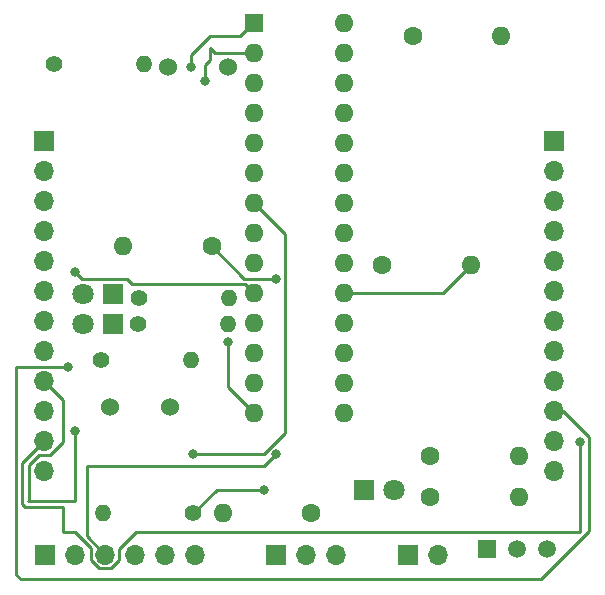
<source format=gbr>
%TF.GenerationSoftware,KiCad,Pcbnew,7.0.1*%
%TF.CreationDate,2023-04-20T16:33:22-05:00*%
%TF.ProjectId,pic32mx,70696333-326d-4782-9e6b-696361645f70,rev?*%
%TF.SameCoordinates,Original*%
%TF.FileFunction,Copper,L1,Top*%
%TF.FilePolarity,Positive*%
%FSLAX46Y46*%
G04 Gerber Fmt 4.6, Leading zero omitted, Abs format (unit mm)*
G04 Created by KiCad (PCBNEW 7.0.1) date 2023-04-20 16:33:22*
%MOMM*%
%LPD*%
G01*
G04 APERTURE LIST*
%TA.AperFunction,ComponentPad*%
%ADD10R,1.700000X1.700000*%
%TD*%
%TA.AperFunction,ComponentPad*%
%ADD11O,1.700000X1.700000*%
%TD*%
%TA.AperFunction,ComponentPad*%
%ADD12C,1.400000*%
%TD*%
%TA.AperFunction,ComponentPad*%
%ADD13O,1.400000X1.400000*%
%TD*%
%TA.AperFunction,ComponentPad*%
%ADD14C,1.524000*%
%TD*%
%TA.AperFunction,ComponentPad*%
%ADD15C,1.600000*%
%TD*%
%TA.AperFunction,ComponentPad*%
%ADD16O,1.600000X1.600000*%
%TD*%
%TA.AperFunction,ComponentPad*%
%ADD17R,1.800000X1.800000*%
%TD*%
%TA.AperFunction,ComponentPad*%
%ADD18C,1.800000*%
%TD*%
%TA.AperFunction,ComponentPad*%
%ADD19R,1.600000X1.600000*%
%TD*%
%TA.AperFunction,ComponentPad*%
%ADD20R,1.500000X1.500000*%
%TD*%
%TA.AperFunction,ComponentPad*%
%ADD21C,1.500000*%
%TD*%
%TA.AperFunction,ViaPad*%
%ADD22C,0.800000*%
%TD*%
%TA.AperFunction,Conductor*%
%ADD23C,0.250000*%
%TD*%
G04 APERTURE END LIST*
D10*
%TO.P,J4,1,Pin_1*%
%TO.N,/B15*%
X146590000Y-62500000D03*
D11*
%TO.P,J4,2,Pin_2*%
%TO.N,/B14*%
X146590000Y-65040000D03*
%TO.P,J4,3,Pin_3*%
%TO.N,/B13*%
X146590000Y-67580000D03*
%TO.P,J4,4,Pin_4*%
%TO.N,/B12*%
X146590000Y-70120000D03*
%TO.P,J4,5,Pin_5*%
%TO.N,/B11*%
X146590000Y-72660000D03*
%TO.P,J4,6,Pin_6*%
%TO.N,/B10*%
X146590000Y-75200000D03*
%TO.P,J4,7,Pin_7*%
%TO.N,/B9*%
X146590000Y-77740000D03*
%TO.P,J4,8,Pin_8*%
%TO.N,/B8*%
X146590000Y-80280000D03*
%TO.P,J4,9,Pin_9*%
%TO.N,/B7*%
X146590000Y-82820000D03*
%TO.P,J4,10,Pin_10*%
%TO.N,/Vin*%
X146590000Y-85360000D03*
%TO.P,J4,11,Pin_11*%
%TO.N,+3.3V*%
X146590000Y-87900000D03*
%TO.P,J4,12,Pin_12*%
%TO.N,GND*%
X146590000Y-90440000D03*
%TD*%
D12*
%TO.P,R2,1*%
%TO.N,Net-(D2-K)*%
X111400000Y-75800000D03*
D13*
%TO.P,R2,2*%
%TO.N,/GREEN*%
X119020000Y-75800000D03*
%TD*%
D12*
%TO.P,R1,1*%
%TO.N,Net-(D1-K)*%
X111380000Y-78000000D03*
D13*
%TO.P,R1,2*%
%TO.N,/YELLOW*%
X119000000Y-78000000D03*
%TD*%
D14*
%TO.P,SW1,1,1*%
%TO.N,GND*%
X109000000Y-85000000D03*
%TO.P,SW1,2,2*%
%TO.N,/USER*%
X114080000Y-85000000D03*
%TD*%
D12*
%TO.P,R3,1*%
%TO.N,+3.3V*%
X108190000Y-81000000D03*
D13*
%TO.P,R3,2*%
%TO.N,/USER*%
X115810000Y-81000000D03*
%TD*%
D10*
%TO.P,J1,1,Pin_1*%
%TO.N,unconnected-(J1-Pin_1-Pad1)*%
X103460000Y-97500000D03*
D11*
%TO.P,J1,2,Pin_2*%
%TO.N,/U1TX*%
X106000000Y-97500000D03*
%TO.P,J1,3,Pin_3*%
%TO.N,/U1RX*%
X108540000Y-97500000D03*
%TO.P,J1,4,Pin_4*%
%TO.N,+5V*%
X111080000Y-97500000D03*
%TO.P,J1,5,Pin_5*%
%TO.N,unconnected-(J1-Pin_5-Pad5)*%
X113620000Y-97500000D03*
%TO.P,J1,6,Pin_6*%
%TO.N,GND*%
X116160000Y-97500000D03*
%TD*%
D14*
%TO.P,SW2,1,1*%
%TO.N,GND*%
X118940000Y-56200000D03*
%TO.P,SW2,2,2*%
%TO.N,/MCLR*%
X113860000Y-56200000D03*
%TD*%
D15*
%TO.P,C4,1*%
%TO.N,Net-(SW3-B)*%
X126000000Y-94000000D03*
D16*
%TO.P,C4,2*%
%TO.N,GND*%
X118500000Y-94000000D03*
%TD*%
D10*
%TO.P,J2,1,Pin_1*%
%TO.N,Net-(J2-Pin_1)*%
X134175000Y-97500000D03*
D11*
%TO.P,J2,2,Pin_2*%
%TO.N,GND*%
X136715000Y-97500000D03*
%TD*%
D17*
%TO.P,D3,1,K*%
%TO.N,Net-(D3-K)*%
X130460000Y-92000000D03*
D18*
%TO.P,D3,2,A*%
%TO.N,+3.3V*%
X133000000Y-92000000D03*
%TD*%
D15*
%TO.P,C3,1*%
%TO.N,+3.3V*%
X134600000Y-53600000D03*
D16*
%TO.P,C3,2*%
%TO.N,GND*%
X142100000Y-53600000D03*
%TD*%
D15*
%TO.P,C1,1*%
%TO.N,+3.3V*%
X117600000Y-71400000D03*
D16*
%TO.P,C1,2*%
%TO.N,GND*%
X110100000Y-71400000D03*
%TD*%
D10*
%TO.P,SW3,1,A*%
%TO.N,+5V*%
X123050000Y-97500000D03*
D11*
%TO.P,SW3,2,B*%
%TO.N,Net-(SW3-B)*%
X125590000Y-97500000D03*
%TO.P,SW3,3,C*%
%TO.N,Net-(J2-Pin_1)*%
X128130000Y-97500000D03*
%TD*%
D17*
%TO.P,D1,1,K*%
%TO.N,Net-(D1-K)*%
X109250000Y-78000000D03*
D18*
%TO.P,D1,2,A*%
%TO.N,+3.3V*%
X106710000Y-78000000D03*
%TD*%
D10*
%TO.P,J3,1,Pin_1*%
%TO.N,/A0*%
X103410000Y-62500000D03*
D11*
%TO.P,J3,2,Pin_2*%
%TO.N,/A1*%
X103410000Y-65040000D03*
%TO.P,J3,3,Pin_3*%
%TO.N,/B0*%
X103410000Y-67580000D03*
%TO.P,J3,4,Pin_4*%
%TO.N,/B1*%
X103410000Y-70120000D03*
%TO.P,J3,5,Pin_5*%
%TO.N,/B2*%
X103410000Y-72660000D03*
%TO.P,J3,6,Pin_6*%
%TO.N,/A3*%
X103410000Y-75200000D03*
%TO.P,J3,7,Pin_7*%
%TO.N,/GREEN*%
X103410000Y-77740000D03*
%TO.P,J3,8,Pin_8*%
%TO.N,/YELLOW*%
X103410000Y-80280000D03*
%TO.P,J3,9,Pin_9*%
%TO.N,/B6*%
X103410000Y-82820000D03*
%TO.P,J3,10,Pin_10*%
%TO.N,/Vin*%
X103410000Y-85360000D03*
%TO.P,J3,11,Pin_11*%
%TO.N,+3.3V*%
X103410000Y-87900000D03*
%TO.P,J3,12,Pin_12*%
%TO.N,GND*%
X103410000Y-90440000D03*
%TD*%
D15*
%TO.P,C6,1*%
%TO.N,+3.3V*%
X136100000Y-89150000D03*
D16*
%TO.P,C6,2*%
%TO.N,GND*%
X143600000Y-89150000D03*
%TD*%
D15*
%TO.P,C5,1*%
%TO.N,+3.3V*%
X136100000Y-92600000D03*
D16*
%TO.P,C5,2*%
%TO.N,GND*%
X143600000Y-92600000D03*
%TD*%
D12*
%TO.P,R5,1*%
%TO.N,Net-(D3-K)*%
X116000000Y-94000000D03*
D13*
%TO.P,R5,2*%
%TO.N,GND*%
X108380000Y-94000000D03*
%TD*%
D17*
%TO.P,D2,1,K*%
%TO.N,Net-(D2-K)*%
X109200000Y-75400000D03*
D18*
%TO.P,D2,2,A*%
%TO.N,+3.3V*%
X106660000Y-75400000D03*
%TD*%
D19*
%TO.P,PIC32MX170F256B1,1,MCLR*%
%TO.N,/MCLR*%
X121190000Y-52500000D03*
D16*
%TO.P,PIC32MX170F256B1,2,A0*%
%TO.N,/A0*%
X121190000Y-55040000D03*
%TO.P,PIC32MX170F256B1,3,A1*%
%TO.N,/A1*%
X121190000Y-57580000D03*
%TO.P,PIC32MX170F256B1,4,B0*%
%TO.N,/B0*%
X121190000Y-60120000D03*
%TO.P,PIC32MX170F256B1,5,B1*%
%TO.N,/B1*%
X121190000Y-62660000D03*
%TO.P,PIC32MX170F256B1,6,B2*%
%TO.N,/B2*%
X121190000Y-65200000D03*
%TO.P,PIC32MX170F256B1,7,B3*%
%TO.N,/U1TX*%
X121190000Y-67740000D03*
%TO.P,PIC32MX170F256B1,8,VSS*%
%TO.N,GND*%
X121190000Y-70280000D03*
%TO.P,PIC32MX170F256B1,9,A2*%
%TO.N,/U1RX*%
X121190000Y-72820000D03*
%TO.P,PIC32MX170F256B1,10,A3*%
%TO.N,/A3*%
X121190000Y-75360000D03*
%TO.P,PIC32MX170F256B1,11,B4*%
%TO.N,/GREEN*%
X121190000Y-77900000D03*
%TO.P,PIC32MX170F256B1,12,A4*%
%TO.N,/USER*%
X121190000Y-80440000D03*
%TO.P,PIC32MX170F256B1,13,Vdd*%
%TO.N,+3.3V*%
X121190000Y-82980000D03*
%TO.P,PIC32MX170F256B1,14,B5*%
%TO.N,/YELLOW*%
X121190000Y-85520000D03*
%TO.P,PIC32MX170F256B1,15,B6*%
%TO.N,/B6*%
X128810000Y-85520000D03*
%TO.P,PIC32MX170F256B1,16,B7*%
%TO.N,/B7*%
X128810000Y-82980000D03*
%TO.P,PIC32MX170F256B1,17,B8*%
%TO.N,/B8*%
X128810000Y-80440000D03*
%TO.P,PIC32MX170F256B1,18,B9*%
%TO.N,/B9*%
X128810000Y-77900000D03*
%TO.P,PIC32MX170F256B1,19,VSS*%
%TO.N,GND*%
X128810000Y-75360000D03*
%TO.P,PIC32MX170F256B1,20,Vcap*%
%TO.N,Net-(PIC32MX170F256B1-Vcap)*%
X128810000Y-72820000D03*
%TO.P,PIC32MX170F256B1,21,B10*%
%TO.N,/B10*%
X128810000Y-70280000D03*
%TO.P,PIC32MX170F256B1,22,B11*%
%TO.N,/B11*%
X128810000Y-67740000D03*
%TO.P,PIC32MX170F256B1,23,B12*%
%TO.N,/B12*%
X128810000Y-65200000D03*
%TO.P,PIC32MX170F256B1,24,B13*%
%TO.N,/B13*%
X128810000Y-62660000D03*
%TO.P,PIC32MX170F256B1,25,B14*%
%TO.N,/B14*%
X128810000Y-60120000D03*
%TO.P,PIC32MX170F256B1,26,B15*%
%TO.N,/B15*%
X128810000Y-57580000D03*
%TO.P,PIC32MX170F256B1,27,AVSS*%
%TO.N,GND*%
X128810000Y-55040000D03*
%TO.P,PIC32MX170F256B1,28,AVdd*%
%TO.N,+3.3V*%
X128810000Y-52500000D03*
%TD*%
D12*
%TO.P,R4,1*%
%TO.N,+3.3V*%
X104190000Y-56000000D03*
D13*
%TO.P,R4,2*%
%TO.N,/MCLR*%
X111810000Y-56000000D03*
%TD*%
D20*
%TO.P,U1,1,VO*%
%TO.N,+3.3V*%
X140920000Y-97050000D03*
D21*
%TO.P,U1,2,GND*%
%TO.N,GND*%
X143460000Y-97050000D03*
%TO.P,U1,3,VI*%
%TO.N,Net-(SW3-B)*%
X146000000Y-97050000D03*
%TD*%
D15*
%TO.P,C2,1*%
%TO.N,Net-(PIC32MX170F256B1-Vcap)*%
X132000000Y-73000000D03*
D16*
%TO.P,C2,2*%
%TO.N,GND*%
X139500000Y-73000000D03*
%TD*%
D22*
%TO.N,/MCLR*%
X115800000Y-56200000D03*
%TO.N,+3.3V*%
X148800000Y-88000000D03*
X123000000Y-74200000D03*
%TO.N,/A0*%
X117000000Y-57400000D03*
%TO.N,/U1TX*%
X116000000Y-89000000D03*
%TO.N,/U1RX*%
X123000000Y-89000000D03*
%TO.N,/A3*%
X106000000Y-73600000D03*
%TO.N,/YELLOW*%
X119000000Y-79500000D03*
%TO.N,/B6*%
X106000000Y-87000000D03*
%TO.N,Net-(D3-K)*%
X122000000Y-92000000D03*
%TO.N,/Vin*%
X105400000Y-81600000D03*
%TD*%
D23*
%TO.N,/MCLR*%
X117400000Y-53600000D02*
X120000000Y-53600000D01*
X115800000Y-55200000D02*
X117400000Y-53600000D01*
X115800000Y-56200000D02*
X115800000Y-55200000D01*
X120000000Y-53600000D02*
X121100000Y-52500000D01*
%TO.N,+3.3V*%
X109026701Y-98675000D02*
X108053299Y-98675000D01*
X111128299Y-95600000D02*
X109715000Y-97013299D01*
X148800000Y-88000000D02*
X148800000Y-95600000D01*
X106003604Y-95600000D02*
X105000000Y-95600000D01*
X123000000Y-74200000D02*
X122950000Y-74150000D01*
X109715000Y-97013299D02*
X109715000Y-97986701D01*
X101550000Y-93186396D02*
X101550000Y-89760000D01*
X101550000Y-89760000D02*
X103410000Y-87900000D01*
X107365000Y-97986701D02*
X107365000Y-97013299D01*
X120350000Y-74150000D02*
X117600000Y-71400000D01*
X148800000Y-95600000D02*
X111128299Y-95600000D01*
X105000000Y-93450000D02*
X101813604Y-93450000D01*
X101813604Y-93450000D02*
X101550000Y-93186396D01*
X107390951Y-96987347D02*
X106003604Y-95600000D01*
X108053299Y-98675000D02*
X107365000Y-97986701D01*
X122950000Y-74150000D02*
X120350000Y-74150000D01*
X107365000Y-97013299D02*
X107390951Y-96987347D01*
X105000000Y-95600000D02*
X105000000Y-93450000D01*
X109715000Y-97986701D02*
X109026701Y-98675000D01*
%TO.N,GND*%
X139500000Y-73000000D02*
X137140000Y-75360000D01*
X137140000Y-75360000D02*
X128810000Y-75360000D01*
%TO.N,/A0*%
X117000000Y-57400000D02*
X117000000Y-56036396D01*
X117400000Y-55636396D02*
X117400000Y-54600000D01*
X117000000Y-56036396D02*
X117400000Y-55636396D01*
X117840000Y-55040000D02*
X121190000Y-55040000D01*
X117400000Y-54600000D02*
X117840000Y-55040000D01*
%TO.N,/U1TX*%
X122275000Y-88699695D02*
X123800000Y-87174695D01*
X123800000Y-70350000D02*
X121190000Y-67740000D01*
X122000000Y-89000000D02*
X122275000Y-88725000D01*
X122275000Y-88725000D02*
X122275000Y-88699695D01*
X123800000Y-87174695D02*
X123800000Y-70350000D01*
X116000000Y-89000000D02*
X122000000Y-89000000D01*
%TO.N,/U1RX*%
X107000000Y-95960000D02*
X108540000Y-97500000D01*
X122000000Y-90000000D02*
X107000000Y-90000000D01*
X107000000Y-90000000D02*
X107000000Y-95960000D01*
X123000000Y-89000000D02*
X122000000Y-90000000D01*
%TO.N,/A3*%
X110850000Y-74600000D02*
X120430000Y-74600000D01*
X110425000Y-74175000D02*
X110850000Y-74600000D01*
X106575000Y-74175000D02*
X110425000Y-74175000D01*
X120430000Y-74600000D02*
X121190000Y-75360000D01*
X106000000Y-73600000D02*
X106575000Y-74175000D01*
%TO.N,/YELLOW*%
X119000000Y-83330000D02*
X121190000Y-85520000D01*
X119000000Y-79500000D02*
X119000000Y-83330000D01*
%TO.N,/B6*%
X102925000Y-89075000D02*
X103896701Y-89075000D01*
X105000000Y-87971701D02*
X105000000Y-84410000D01*
X102075000Y-89925000D02*
X102925000Y-89075000D01*
X103896701Y-89075000D02*
X105000000Y-87971701D01*
X106000000Y-93000000D02*
X102000000Y-93000000D01*
X106000000Y-87000000D02*
X106000000Y-93000000D01*
X102075000Y-92925000D02*
X102075000Y-89925000D01*
X102000000Y-93000000D02*
X102075000Y-92925000D01*
X105000000Y-84410000D02*
X103410000Y-82820000D01*
%TO.N,Net-(D3-K)*%
X122000000Y-92000000D02*
X118000000Y-92000000D01*
X118000000Y-92000000D02*
X116000000Y-94000000D01*
%TO.N,/Vin*%
X101000000Y-81600000D02*
X101000000Y-99200000D01*
X149525000Y-87525000D02*
X147360000Y-85360000D01*
X145436396Y-99600000D02*
X149525000Y-95511396D01*
X101000000Y-99200000D02*
X101400000Y-99600000D01*
X149525000Y-95511396D02*
X149525000Y-87525000D01*
X101400000Y-99600000D02*
X145436396Y-99600000D01*
X105400000Y-81600000D02*
X101000000Y-81600000D01*
X147360000Y-85360000D02*
X146590000Y-85360000D01*
%TD*%
M02*

</source>
